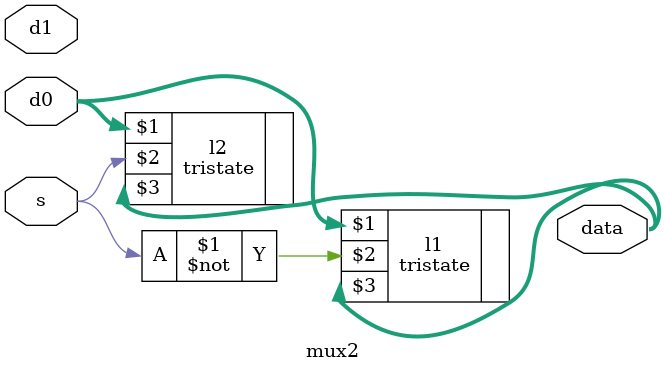
<source format=v>
`timescale 1ns/1ps

module mux2 #(parameter N=4) (input [N-1:0] d0, d1,
	    input 	 s,
	    output [N-1:0] data);

   tristate #(N) l1(d0, ~s, data);
   tristate #(N) l2(d0, s, data);
endmodule // mux2

</source>
